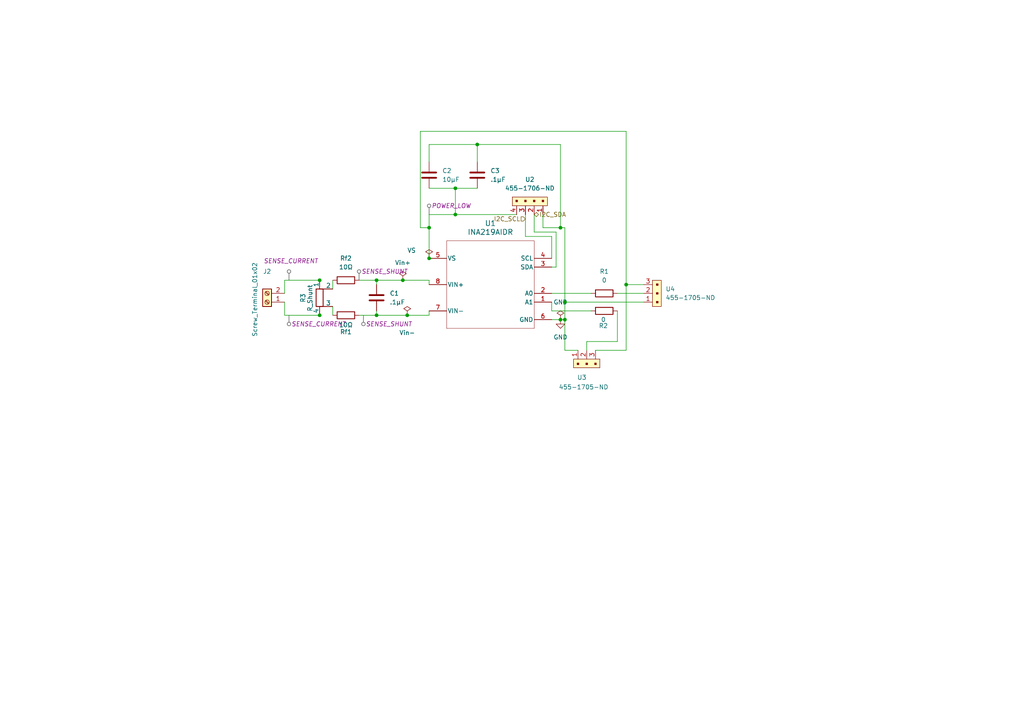
<source format=kicad_sch>
(kicad_sch (version 20231120) (generator "eeschema") (generator_version "8.0")
  (paper "A4")
  (lib_symbols
    (symbol "455-1705-nd:455-1705-ND" (pin_names (offset 1.016))
      (property "Reference" "U" (at -2.54 2.54 0))
      (property "Value" "455-1705-ND" (at 2.54 -2.54 0))
      (symbol "455-1705-ND_1_1"
        (rectangle (start -1.27 1.27) (end 6.35 -1.27) (fill (type background)))
        (rectangle (start -0.254 0.127) (end 0.254 -0.381) (fill (type outline)))
        (rectangle (start 2.286 0.127) (end 2.794 -0.381) (fill (type outline)))
        (rectangle (start 4.826 0.127) (end 5.334 -0.381) (fill (type outline)))
        (pin passive line (at 0 3.81 270) (length 2.54) (name "~") (number "1"))
        (pin passive line (at 2.54 3.81 270) (length 2.54) (name "~") (number "2"))
        (pin passive line (at 5.08 3.81 270) (length 2.54) (name "~") (number "3"))
      )
    )
    (symbol "455-1706-nd:455-1706-ND" (pin_names (offset 1.016))
      (property "Reference" "U" (at -2.54 -1.27 0))
      (property "Value" "455-1706-ND" (at 3.81 -3.81 0))
      (symbol "455-1706-ND_1_1"
        (rectangle (start -1.27 0) (end 8.89 -2.54) (fill (type background)))
        (rectangle (start -0.254 -1.143) (end 0.254 -1.651) (fill (type outline)))
        (rectangle (start 2.286 -1.143) (end 2.794 -1.651) (fill (type outline)))
        (rectangle (start 4.826 -1.143) (end 5.334 -1.651) (fill (type outline)))
        (rectangle (start 7.366 -1.143) (end 7.874 -1.651) (fill (type outline)))
        (pin passive line (at 0 2.54 270) (length 2.54) (name "~") (number "1"))
        (pin passive line (at 2.54 2.54 270) (length 2.54) (name "~") (number "2"))
        (pin passive line (at 5.08 2.54 270) (length 2.54) (name "~") (number "3"))
        (pin passive line (at 7.62 2.54 270) (length 2.54) (name "~") (number "4"))
      )
    )
    (symbol "Connector:Screw_Terminal_01x02" (pin_names (offset 1.016) hide)
      (property "Reference" "J" (at 0 2.54 0))
      (property "Value" "Screw_Terminal_01x02" (at 0 -5.08 0))
      (symbol "Screw_Terminal_01x02_1_1"
        (rectangle (start -1.27 1.27) (end 1.27 -3.81) (stroke (width 0.254)) (fill (type background)))
        (circle (center 0 -2.54) (radius 0.635) (stroke (width 0.1524)))
        (polyline (pts (xy -0.5334 -2.2098) (xy 0.3302 -3.048)) (stroke (width 0.1524)))
        (polyline (pts (xy -0.5334 0.3302) (xy 0.3302 -0.508)) (stroke (width 0.1524)))
        (polyline (pts (xy -0.3556 -2.032) (xy 0.508 -2.8702)) (stroke (width 0.1524)))
        (polyline (pts (xy -0.3556 0.508) (xy 0.508 -0.3302)) (stroke (width 0.1524)))
        (circle (center 0 0) (radius 0.635) (stroke (width 0.1524)))
        (pin passive line (at -5.08 0 0) (length 3.81) (name "Pin_1") (number "1"))
        (pin passive line (at -5.08 -2.54 0) (length 3.81) (name "Pin_2") (number "2"))
      )
    )
    (symbol "Device:C" (pin_numbers hide) (pin_names (offset 0.254))
      (property "Reference" "C" (at 0.635 2.54 0))
      (property "Value" "C" (at 0.635 -2.54 0))
      (symbol "C_0_1"
        (polyline (pts (xy -2.032 -0.762) (xy 2.032 -0.762)) (stroke (width 0.508)))
        (polyline (pts (xy -2.032 0.762) (xy 2.032 0.762)) (stroke (width 0.508)))
      )
      (symbol "C_1_1"
        (pin passive line (at 0 3.81 270) (length 2.794) (name "~") (number "1"))
        (pin passive line (at 0 -3.81 90) (length 2.794) (name "~") (number "2"))
      )
    )
    (symbol "Device:R" (pin_numbers hide) (pin_names (offset 0))
      (property "Reference" "R" (at 2.032 0 90))
      (property "Value" "R" (at 0 0 90))
      (symbol "R_0_1"
        (rectangle (start -1.016 -2.54) (end 1.016 2.54) (stroke (width 0.254)))
      )
      (symbol "R_1_1"
        (pin passive line (at 0 3.81 270) (length 1.27) (name "~") (number "1"))
        (pin passive line (at 0 -3.81 90) (length 1.27) (name "~") (number "2"))
      )
    )
    (symbol "Device:R_Shunt" (pin_numbers hide) (pin_names (offset 0))
      (property "Reference" "R" (at -4.445 0 90))
      (property "Value" "R_Shunt" (at -2.54 0 90))
      (symbol "R_Shunt_0_1"
        (rectangle (start -1.016 -2.54) (end 1.016 2.54) (stroke (width 0.254)))
        (polyline (pts (xy 0 -2.54) (xy 1.27 -2.54)))
        (polyline (pts (xy 1.27 2.54) (xy 0 2.54)))
      )
      (symbol "R_Shunt_1_1"
        (pin passive line (at 0 5.08 270) (length 2.54) (name "1") (number "1"))
        (pin passive line (at 3.81 2.54 180) (length 2.54) (name "2") (number "2"))
        (pin passive line (at 3.81 -2.54 180) (length 2.54) (name "3") (number "3"))
        (pin passive line (at 0 -5.08 90) (length 2.54) (name "4") (number "4"))
      )
    )
    (symbol "INA219AIDR:INA219AIDR" (pin_names (offset 0.254))
      (property "Reference" "U" (at 0 2.54 0))
      (property "Value" "INA219AIDR" (at 0 0 0))
      (symbol "INA219AIDR_0_1"
        (polyline (pts (xy -12.7 -12.7) (xy 12.7 -12.7)) (stroke (width 0.1016)))
        (polyline (pts (xy -12.7 12.7) (xy -12.7 -12.7)) (stroke (width 0.1016)))
        (polyline (pts (xy 12.7 -12.7) (xy 12.7 12.7)) (stroke (width 0.1016)))
        (polyline (pts (xy 12.7 12.7) (xy -12.7 12.7)) (stroke (width 0.1016)))
        (pin input line (at 17.78 -5.08 180) (length 5.08) (name "A1") (number "1"))
        (pin input line (at 17.78 -2.54 180) (length 5.08) (name "A0") (number "2"))
        (pin bidirectional line (at 17.78 5.08 180) (length 5.08) (name "SDA") (number "3"))
        (pin input line (at 17.78 7.62 180) (length 5.08) (name "SCL") (number "4"))
        (pin power_in line (at -17.78 7.62 0) (length 5.08) (name "VS") (number "5"))
        (pin power_in line (at 17.78 -10.16 180) (length 5.08) (name "GND") (number "6"))
        (pin power_in line (at -17.78 -7.62 0) (length 5.08) (name "VIN-") (number "7"))
        (pin power_in line (at -17.78 0 0) (length 5.08) (name "VIN+") (number "8"))
      )
    )
    (symbol "power:GND" (power) (pin_numbers hide) (pin_names (offset 0) hide)
      (property "Value" "GND" (at 0 -3.81 0))
      (symbol "GND_0_1"
        (polyline (pts (xy 0 0) (xy 0 -1.27) (xy 1.27 -1.27) (xy 0 -2.54) (xy -1.27 -1.27) (xy 0 -1.27)))
      )
      (symbol "GND_1_1"
        (pin power_in line (at 0 0 270) (length 0) (name "~") (number "1"))
      )
    )
    (symbol "power:PWR_FLAG" (power) (pin_numbers hide) (pin_names (offset 0) hide)
      (property "Value" "PWR_FLAG" (at 0 3.81 0))
      (symbol "PWR_FLAG_0_0"
        (pin power_out line (at 0 0 90) (length 0) (name "~") (number "1"))
      )
      (symbol "PWR_FLAG_0_1"
        (polyline (pts (xy 0 0) (xy 0 1.27) (xy -1.016 1.905) (xy 0 2.54) (xy 1.016 1.905) (xy 0 1.27)))
      )
    )
  )
  (junction (at 163.83 92.71))
  (junction (at 116.84 81.28))
  (junction (at 118.11 91.44))
  (junction (at 163.83 87.63))
  (junction (at 181.61 82.55))
  (junction (at 92.71 81.28))
  (junction (at 124.46 74.93))
  (junction (at 132.08 54.61))
  (junction (at 138.43 41.91))
  (junction (at 162.56 92.71))
  (junction (at 162.56 66.04))
  (junction (at 109.22 81.28))
  (junction (at 132.08 62.23))
  (junction (at 92.71 91.44))
  (junction (at 109.22 91.44))
  (junction (at 124.46 66.04))
  (wire (pts (xy 116.84 81.28) (xy 109.22 81.28)))
  (wire (pts (xy 96.52 81.28) (xy 96.52 83.82)))
  (wire (pts (xy 104.14 91.44) (xy 109.22 91.44)))
  (wire (pts (xy 161.29 77.47) (xy 161.29 67.31)))
  (wire (pts (xy 124.46 62.23) (xy 132.08 62.23)))
  (wire (pts (xy 170.18 99.06) (xy 179.07 99.06)))
  (wire (pts (xy 163.83 101.6) (xy 163.83 92.71)))
  (wire (pts (xy 160.02 85.09) (xy 171.45 85.09)))
  (wire (pts (xy 160.02 77.47) (xy 161.29 77.47)))
  (wire (pts (xy 171.45 90.17) (xy 160.02 90.17)))
  (wire (pts (xy 124.46 46.99) (xy 124.46 41.91)))
  (wire (pts (xy 179.07 85.09) (xy 186.69 85.09)))
  (wire (pts (xy 109.22 81.28) (xy 104.14 81.28)))
  (wire (pts (xy 121.92 38.1) (xy 121.92 66.04)))
  (wire (pts (xy 82.55 81.28) (xy 92.71 81.28)))
  (wire (pts (xy 157.48 66.04) (xy 162.56 66.04)))
  (wire (pts (xy 163.83 66.04) (xy 163.83 87.63)))
  (wire (pts (xy 154.94 62.23) (xy 154.94 67.31)))
  (wire (pts (xy 124.46 82.55) (xy 124.46 81.28)))
  (wire (pts (xy 121.92 66.04) (xy 124.46 66.04)))
  (wire (pts (xy 163.83 87.63) (xy 186.69 87.63)))
  (wire (pts (xy 109.22 82.55) (xy 109.22 81.28)))
  (wire (pts (xy 161.29 67.31) (xy 154.94 67.31)))
  (wire (pts (xy 179.07 99.06) (xy 179.07 90.17)))
  (wire (pts (xy 181.61 38.1) (xy 121.92 38.1)))
  (wire (pts (xy 157.48 62.23) (xy 157.48 66.04)))
  (wire (pts (xy 124.46 41.91) (xy 138.43 41.91)))
  (wire (pts (xy 124.46 91.44) (xy 124.46 90.17)))
  (wire (pts (xy 170.18 101.6) (xy 170.18 99.06)))
  (wire (pts (xy 152.4 68.58) (xy 160.02 68.58)))
  (wire (pts (xy 152.4 62.23) (xy 152.4 68.58)))
  (wire (pts (xy 132.08 54.61) (xy 138.43 54.61)))
  (wire (pts (xy 92.71 91.44) (xy 92.71 90.17)))
  (wire (pts (xy 96.52 88.9) (xy 96.52 91.44)))
  (wire (pts (xy 92.71 81.28) (xy 92.71 82.55)))
  (wire (pts (xy 162.56 66.04) (xy 163.83 66.04)))
  (wire (pts (xy 160.02 68.58) (xy 160.02 74.93)))
  (wire (pts (xy 181.61 38.1) (xy 181.61 82.55)))
  (wire (pts (xy 82.55 81.28) (xy 82.55 85.09)))
  (wire (pts (xy 160.02 92.71) (xy 162.56 92.71)))
  (wire (pts (xy 181.61 82.55) (xy 181.61 101.6)))
  (wire (pts (xy 124.46 81.28) (xy 116.84 81.28)))
  (wire (pts (xy 167.64 101.6) (xy 163.83 101.6)))
  (wire (pts (xy 160.02 90.17) (xy 160.02 87.63)))
  (wire (pts (xy 132.08 54.61) (xy 132.08 62.23)))
  (wire (pts (xy 118.11 91.44) (xy 124.46 91.44)))
  (wire (pts (xy 109.22 91.44) (xy 118.11 91.44)))
  (wire (pts (xy 124.46 62.23) (xy 124.46 66.04)))
  (wire (pts (xy 124.46 54.61) (xy 132.08 54.61)))
  (wire (pts (xy 82.55 91.44) (xy 82.55 87.63)))
  (wire (pts (xy 132.08 62.23) (xy 149.86 62.23)))
  (wire (pts (xy 109.22 91.44) (xy 109.22 90.17)))
  (wire (pts (xy 124.46 66.04) (xy 124.46 74.93)))
  (wire (pts (xy 138.43 41.91) (xy 162.56 41.91)))
  (wire (pts (xy 181.61 101.6) (xy 172.72 101.6)))
  (wire (pts (xy 162.56 92.71) (xy 163.83 92.71)))
  (wire (pts (xy 163.83 87.63) (xy 163.83 92.71)))
  (wire (pts (xy 186.69 82.55) (xy 181.61 82.55)))
  (wire (pts (xy 138.43 41.91) (xy 138.43 46.99)))
  (wire (pts (xy 82.55 91.44) (xy 92.71 91.44)))
  (wire (pts (xy 162.56 41.91) (xy 162.56 66.04)))
  (hierarchical_label "I2C_SCL" (shape input) (at 152.4 63.5 180))
  (hierarchical_label "I2C_SDA" (shape bidirectional) (at 154.94 62.23 0))
  (netclass_flag "" (length 2.54) (shape round) (at 83.82 81.28 0) (property "Netclass" "SENSE_CURRENT" (at 76.454 75.692 0) (effects (font (italic yes)) (justify left))))
  (netclass_flag "" (length 2.54) (shape round) (at 105.41 91.44 180) (property "Netclass" "SENSE_SHUNT" (at 106.1085 93.98 0) (effects (font (italic yes)) (justify left))))
  (netclass_flag "" (length 2.54) (shape round) (at 104.14 81.28 0) (property "Netclass" "SENSE_SHUNT" (at 104.8385 78.74 0) (effects (font (italic yes)) (justify left))))
  (netclass_flag "" (length 2.54) (shape round) (at 124.46 62.23 0) (property "Netclass" "POWER_LOW" (at 125.1585 59.69 0) (effects (font (italic yes)) (justify left))))
  (netclass_flag "" (length 2.54) (shape round) (at 83.82 91.44 180) (property "Netclass" "SENSE_CURRENT" (at 84.5185 93.98 0) (effects (font (italic yes)) (justify left))))
  (symbol (lib_id "power:GND") (at 162.56 92.71 0) (unit 1)
    (property "Reference" "#PWR01" (effects (hide yes)))
    (property "Value" "GND" (at 162.56 97.79 0))
    (property "Description" "Power symbol creates a global label with name \"GND\" , ground" (effects (hide yes)))
  )
  (symbol (lib_id "455-1706-nd:455-1706-ND") (at 157.48 59.69 180) (unit 1)
    (property "Reference" "U2" (at 153.67 52.07 0))
    (property "Value" "455-1706-ND" (at 153.67 54.61 0))
    (property "Footprint" "Connector_PinHeader_2.54mm:PinHeader_1x04_P2.54mm_Vertical" (effects (hide yes)))
  )
  (symbol (lib_id "455-1705-nd:455-1705-ND") (at 167.64 105.41 0) (unit 1)
    (property "Reference" "U3" (at 167.386 109.474 0) (effects (justify left)))
    (property "Value" "455-1705-ND" (at 162.052 112.268 0) (effects (justify left)))
    (property "Footprint" "Connector_PinHeader_2.54mm:PinHeader_1x03_P2.54mm_Vertical" (effects (hide yes)))
  )
  (symbol (lib_id "Device:C") (at 124.46 50.8 0) (unit 1)
    (property "Reference" "C2" (at 128.27 49.5299 0) (effects (justify left)))
    (property "Value" "10µF" (at 128.27 52.0699 0) (effects (justify left)))
    (property "Footprint" "Capacitor_SMD:C_0805_2012Metric_Pad1.18x1.45mm_HandSolder" (effects (hide yes)))
    (property "Description" "Unpolarized capacitor" (effects (hide yes)))
  )
  (symbol (lib_id "Device:C") (at 109.22 86.36 0) (unit 1)
    (property "Reference" "C1" (at 113.03 85.0899 0) (effects (justify left)))
    (property "Value" ".1µF" (at 113.03 87.6299 0) (effects (justify left)))
    (property "Footprint" "Capacitor_SMD:C_0805_2012Metric_Pad1.18x1.45mm_HandSolder" (effects (hide yes)))
    (property "Description" "Unpolarized capacitor" (effects (hide yes)))
  )
  (symbol (lib_id "power:PWR_FLAG") (at 162.56 92.71 0) (unit 1)
    (property "Reference" "#FLG04" (effects (hide yes)))
    (property "Value" "GND" (at 162.56 87.63 0))
    (property "Description" "Special symbol for telling ERC where power comes from" (effects (hide yes)))
  )
  (symbol (lib_id "Device:R") (at 175.26 90.17 90) (unit 1)
    (property "Reference" "R2" (at 175.006 94.488 90))
    (property "Value" "0" (at 175.006 92.71 90))
    (property "Footprint" "Resistor_SMD:R_0805_2012Metric" (effects (hide yes)))
    (property "Description" "Resistor" (effects (hide yes)))
  )
  (symbol (lib_id "Connector:Screw_Terminal_01x02") (at 77.47 87.63 180) (unit 1)
    (property "Reference" "J2" (at 77.47 78.74 0))
    (property "Value" "Screw_Terminal_01x02" (at 73.914 86.868 90))
    (property "Footprint" "UL_MBES_152:CONN_MBES-152_ALT" (effects (hide yes)))
    (property "Description" "Generic screw terminal, single row, 01x02, script generated (kicad-library-utils/schlib/autogen/connector/)" (effects (hide yes)))
  )
  (symbol (lib_id "Device:R_Shunt") (at 92.71 86.36 0) (unit 1)
    (property "Reference" "R3" (at 87.884 85.09 90) (effects (justify right)))
    (property "Value" "R_Shunt" (at 89.916 82.55 90) (effects (justify right)))
    (property "Footprint" "Resistor_SMD:R_Shunt_Vishay_WSK2512_6332Metric_T1.19mm" (effects (hide yes)))
    (property "Description" "Shunt resistor" (effects (hide yes)))
  )
  (symbol (lib_id "Device:R") (at 100.33 81.28 90) (unit 1)
    (property "Reference" "Rf2" (at 100.33 74.93 90))
    (property "Value" "10Ω" (at 100.33 77.47 90))
    (property "Footprint" "Resistor_SMD:R_0805_2012Metric" (effects (hide yes)))
    (property "Description" "Resistor" (effects (hide yes)))
  )
  (symbol (lib_id "Device:R") (at 100.33 91.44 90) (unit 1)
    (property "Reference" "Rf1" (at 100.33 96.266 90))
    (property "Value" "10Ω" (at 100.33 94.234 90))
    (property "Footprint" "Resistor_SMD:R_0805_2012Metric" (effects (hide yes)))
    (property "Description" "Resistor" (effects (hide yes)))
  )
  (symbol (lib_id "power:PWR_FLAG") (at 124.46 74.93 0) (unit 1)
    (property "Reference" "#FLG03" (effects (hide yes)))
    (property "Value" "VS" (at 119.38 72.644 0))
    (property "Description" "Special symbol for telling ERC where power comes from" (effects (hide yes)))
  )
  (symbol (lib_id "Device:R") (at 175.26 85.09 90) (unit 1)
    (property "Reference" "R1" (at 175.26 78.74 90))
    (property "Value" "0" (at 175.26 81.28 90))
    (property "Footprint" "Resistor_SMD:R_0805_2012Metric" (effects (hide yes)))
    (property "Description" "Resistor" (effects (hide yes)))
  )
  (symbol (lib_id "INA219AIDR:INA219AIDR") (at 142.24 82.55 0) (unit 1)
    (property "Reference" "U1" (at 142.24 64.77 0) (effects (font (size 1.524 1.524))))
    (property "Value" "INA219AIDR" (at 142.24 67.31 0) (effects (font (size 1.524 1.524))))
    (property "Footprint" "D0008A_N" (effects (hide yes)))
    (property "Datasheet" "https://www.ti.com/lit/gpn/ina219" (effects (hide yes)))
  )
  (symbol (lib_id "Device:C") (at 138.43 50.8 0) (unit 1)
    (property "Reference" "C3" (at 142.24 49.5299 0) (effects (justify left)))
    (property "Value" ".1µF" (at 142.24 52.0699 0) (effects (justify left)))
    (property "Footprint" "Capacitor_SMD:C_0805_2012Metric_Pad1.18x1.45mm_HandSolder" (effects (hide yes)))
    (property "Description" "Unpolarized capacitor" (effects (hide yes)))
  )
  (symbol (lib_id "power:PWR_FLAG") (at 116.84 81.28 0) (unit 1)
    (property "Reference" "#FLG01" (effects (hide yes)))
    (property "Value" "Vin+" (at 116.84 76.2 0))
    (property "Description" "Special symbol for telling ERC where power comes from" (effects (hide yes)))
  )
  (symbol (lib_id "power:PWR_FLAG") (at 118.11 91.44 0) (unit 1)
    (property "Reference" "#FLG02" (effects (hide yes)))
    (property "Value" "Vin-" (at 118.11 96.52 0))
    (property "Description" "Special symbol for telling ERC where power comes from" (effects (hide yes)))
  )
  (symbol (lib_id "455-1705-nd:455-1705-ND") (at 190.5 87.63 90) (unit 1)
    (property "Reference" "U4" (at 193.04 83.8199 90) (effects (justify right)))
    (property "Value" "455-1705-ND" (at 193.04 86.3599 90) (effects (justify right)))
    (property "Footprint" "Connector_PinHeader_2.54mm:PinHeader_1x03_P2.54mm_Vertical" (effects (hide yes)))
  )
)
</source>
